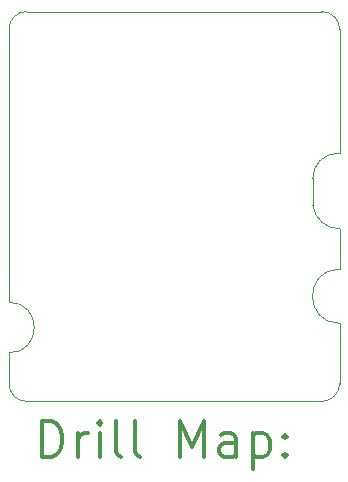
<source format=gbr>
%FSLAX45Y45*%
G04 Gerber Fmt 4.5, Leading zero omitted, Abs format (unit mm)*
G04 Created by KiCad (PCBNEW (5.1.7)-1) date 2021-07-07 16:53:05*
%MOMM*%
%LPD*%
G01*
G04 APERTURE LIST*
%TA.AperFunction,Profile*%
%ADD10C,0.050000*%
%TD*%
%TA.AperFunction,Profile*%
%ADD11C,0.100000*%
%TD*%
%ADD12C,0.200000*%
%ADD13C,0.300000*%
G04 APERTURE END LIST*
D10*
X8700000Y-11630010D02*
X8700000Y-11490000D01*
X8700000Y-10980010D02*
X8700000Y-11060000D01*
D11*
X11500000Y-11240000D02*
X11500000Y-11750000D01*
X11499880Y-10439085D02*
X11500000Y-10780000D01*
X11272500Y-10012500D02*
X11273000Y-10242000D01*
X11499880Y-10439085D02*
G75*
G02*
X11273000Y-10242000I120J229270D01*
G01*
D10*
X11500000Y-9800000D02*
X11480000Y-9800000D01*
X11500000Y-9800000D02*
X11500000Y-9667500D01*
X11272500Y-10012500D02*
G75*
G02*
X11480000Y-9800000I210000J2500D01*
G01*
X8700000Y-11750000D02*
X8700000Y-11630010D01*
X8700000Y-11490000D02*
G75*
G03*
X8700000Y-11060000I0J215000D01*
G01*
X11500000Y-9667500D02*
X11500000Y-8750000D01*
D11*
X11500000Y-11240000D02*
G75*
G02*
X11500000Y-10780000I0J230000D01*
G01*
X11500000Y-11750000D02*
G75*
G02*
X11350000Y-11900000I-150000J0D01*
G01*
X8850000Y-11900000D02*
G75*
G02*
X8700000Y-11750000I0J150000D01*
G01*
X8700000Y-8750000D02*
G75*
G02*
X8850000Y-8600000I150000J0D01*
G01*
X11350000Y-8600000D02*
G75*
G02*
X11500000Y-8750000I0J-150000D01*
G01*
X8850000Y-8600000D02*
X11350000Y-8600000D01*
X8700000Y-10980010D02*
X8700000Y-8750000D01*
X11350000Y-11900000D02*
X8850000Y-11900000D01*
D12*
D13*
X8981428Y-12370714D02*
X8981428Y-12070714D01*
X9052857Y-12070714D01*
X9095714Y-12085000D01*
X9124286Y-12113571D01*
X9138571Y-12142143D01*
X9152857Y-12199286D01*
X9152857Y-12242143D01*
X9138571Y-12299286D01*
X9124286Y-12327857D01*
X9095714Y-12356429D01*
X9052857Y-12370714D01*
X8981428Y-12370714D01*
X9281428Y-12370714D02*
X9281428Y-12170714D01*
X9281428Y-12227857D02*
X9295714Y-12199286D01*
X9310000Y-12185000D01*
X9338571Y-12170714D01*
X9367143Y-12170714D01*
X9467143Y-12370714D02*
X9467143Y-12170714D01*
X9467143Y-12070714D02*
X9452857Y-12085000D01*
X9467143Y-12099286D01*
X9481428Y-12085000D01*
X9467143Y-12070714D01*
X9467143Y-12099286D01*
X9652857Y-12370714D02*
X9624286Y-12356429D01*
X9610000Y-12327857D01*
X9610000Y-12070714D01*
X9810000Y-12370714D02*
X9781428Y-12356429D01*
X9767143Y-12327857D01*
X9767143Y-12070714D01*
X10152857Y-12370714D02*
X10152857Y-12070714D01*
X10252857Y-12285000D01*
X10352857Y-12070714D01*
X10352857Y-12370714D01*
X10624286Y-12370714D02*
X10624286Y-12213571D01*
X10610000Y-12185000D01*
X10581428Y-12170714D01*
X10524286Y-12170714D01*
X10495714Y-12185000D01*
X10624286Y-12356429D02*
X10595714Y-12370714D01*
X10524286Y-12370714D01*
X10495714Y-12356429D01*
X10481428Y-12327857D01*
X10481428Y-12299286D01*
X10495714Y-12270714D01*
X10524286Y-12256429D01*
X10595714Y-12256429D01*
X10624286Y-12242143D01*
X10767143Y-12170714D02*
X10767143Y-12470714D01*
X10767143Y-12185000D02*
X10795714Y-12170714D01*
X10852857Y-12170714D01*
X10881428Y-12185000D01*
X10895714Y-12199286D01*
X10910000Y-12227857D01*
X10910000Y-12313571D01*
X10895714Y-12342143D01*
X10881428Y-12356429D01*
X10852857Y-12370714D01*
X10795714Y-12370714D01*
X10767143Y-12356429D01*
X11038571Y-12342143D02*
X11052857Y-12356429D01*
X11038571Y-12370714D01*
X11024286Y-12356429D01*
X11038571Y-12342143D01*
X11038571Y-12370714D01*
X11038571Y-12185000D02*
X11052857Y-12199286D01*
X11038571Y-12213571D01*
X11024286Y-12199286D01*
X11038571Y-12185000D01*
X11038571Y-12213571D01*
M02*

</source>
